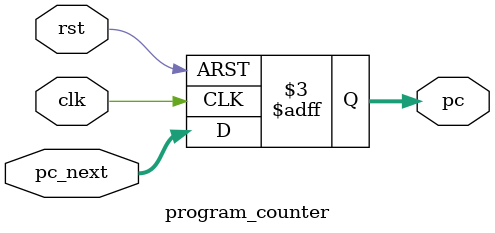
<source format=sv>
`timescale 1ns / 1ps

module program_counter(
    input logic clk, 
    input logic rst, 
    input logic [31:0] pc_next, // either we receive an offset or a 4
    
    output logic [31:0] pc
    );
    
    always @ (posedge clk or negedge rst) begin 
        if (!rst) 
            pc <= 32'd0; 
        else 
            pc <= pc_next;   // adder performs the addition outside of this module
    end
endmodule

</source>
